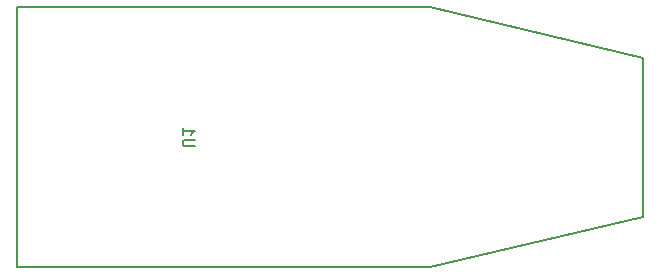
<source format=gbr>
%TF.GenerationSoftware,KiCad,Pcbnew,(6.0.10)*%
%TF.CreationDate,2023-01-06T10:26:07+00:00*%
%TF.ProjectId,USB,5553422e-6b69-4636-9164-5f7063625858,rev?*%
%TF.SameCoordinates,Original*%
%TF.FileFunction,Legend,Bot*%
%TF.FilePolarity,Positive*%
%FSLAX46Y46*%
G04 Gerber Fmt 4.6, Leading zero omitted, Abs format (unit mm)*
G04 Created by KiCad (PCBNEW (6.0.10)) date 2023-01-06 10:26:07*
%MOMM*%
%LPD*%
G01*
G04 APERTURE LIST*
%ADD10C,0.150000*%
%ADD11C,0.200000*%
G04 APERTURE END LIST*
D10*
%TO.C,U1*%
X147117619Y-141361904D02*
X146308095Y-141361904D01*
X146212857Y-141314285D01*
X146165238Y-141266666D01*
X146117619Y-141171428D01*
X146117619Y-140980952D01*
X146165238Y-140885714D01*
X146212857Y-140838095D01*
X146308095Y-140790476D01*
X147117619Y-140790476D01*
X146117619Y-139790476D02*
X146117619Y-140361904D01*
X146117619Y-140076190D02*
X147117619Y-140076190D01*
X146974761Y-140171428D01*
X146879523Y-140266666D01*
X146831904Y-140361904D01*
D11*
X132070000Y-129600000D02*
X132070000Y-151600000D01*
X185069999Y-147350000D02*
X185070000Y-133850000D01*
X167070000Y-129600000D02*
X132070000Y-129600000D01*
X132070000Y-151600000D02*
X167069999Y-151600000D01*
X167069999Y-151600000D02*
X185069999Y-147350000D01*
X185070000Y-133850000D02*
X167070000Y-129600000D01*
%TD*%
M02*

</source>
